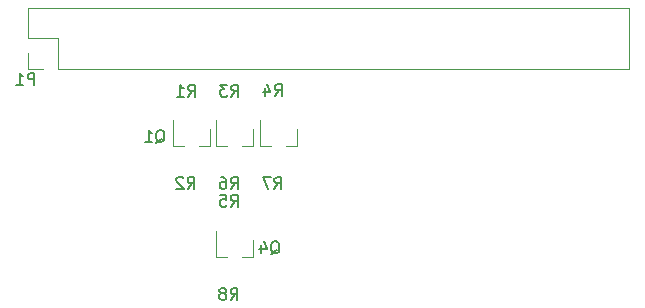
<source format=gbo>
G04 #@! TF.GenerationSoftware,KiCad,Pcbnew,(5.1.0)-1*
G04 #@! TF.CreationDate,2020-07-11T17:50:00+02:00*
G04 #@! TF.ProjectId,Pi1541,50693135-3431-42e6-9b69-6361645f7063,rev?*
G04 #@! TF.SameCoordinates,Original*
G04 #@! TF.FileFunction,Legend,Bot*
G04 #@! TF.FilePolarity,Positive*
%FSLAX46Y46*%
G04 Gerber Fmt 4.6, Leading zero omitted, Abs format (unit mm)*
G04 Created by KiCad (PCBNEW (5.1.0)-1) date 2020-07-11 17:50:00*
%MOMM*%
%LPD*%
G04 APERTURE LIST*
%ADD10C,0.120000*%
%ADD11C,0.150000*%
G04 APERTURE END LIST*
D10*
X222489000Y-106610000D02*
X222489000Y-105150000D01*
X219329000Y-106610000D02*
X219329000Y-104450000D01*
X219329000Y-106610000D02*
X220259000Y-106610000D01*
X222489000Y-106610000D02*
X221559000Y-106610000D01*
X226137000Y-106605000D02*
X225207000Y-106605000D01*
X222977000Y-106605000D02*
X223907000Y-106605000D01*
X222977000Y-106605000D02*
X222977000Y-104445000D01*
X226137000Y-106605000D02*
X226137000Y-105145000D01*
X229835000Y-106600000D02*
X229835000Y-105140000D01*
X226675000Y-106600000D02*
X226675000Y-104440000D01*
X226675000Y-106600000D02*
X227605000Y-106600000D01*
X229835000Y-106600000D02*
X228905000Y-106600000D01*
X226137000Y-115998000D02*
X225207000Y-115998000D01*
X222977000Y-115998000D02*
X223907000Y-115998000D01*
X222977000Y-115998000D02*
X222977000Y-113838000D01*
X226137000Y-115998000D02*
X226137000Y-114538000D01*
X207040000Y-94900000D02*
X207040000Y-97500000D01*
X207040000Y-94900000D02*
X257960000Y-94900000D01*
X257960000Y-94900000D02*
X257960000Y-100100000D01*
X209640000Y-100100000D02*
X257960000Y-100100000D01*
X209640000Y-97500000D02*
X209640000Y-100100000D01*
X207040000Y-97500000D02*
X209640000Y-97500000D01*
X207040000Y-100100000D02*
X208370000Y-100100000D01*
X207040000Y-98770000D02*
X207040000Y-100100000D01*
D11*
X217890198Y-106351899D02*
X217985436Y-106304280D01*
X218080674Y-106209041D01*
X218223531Y-106066184D01*
X218318769Y-106018565D01*
X218414007Y-106018565D01*
X218366388Y-106256660D02*
X218461626Y-106209041D01*
X218556864Y-106113803D01*
X218604483Y-105923327D01*
X218604483Y-105589994D01*
X218556864Y-105399518D01*
X218461626Y-105304280D01*
X218366388Y-105256660D01*
X218175912Y-105256660D01*
X218080674Y-105304280D01*
X217985436Y-105399518D01*
X217937817Y-105589994D01*
X217937817Y-105923327D01*
X217985436Y-106113803D01*
X218080674Y-106209041D01*
X218175912Y-106256660D01*
X218366388Y-106256660D01*
X216985436Y-106256660D02*
X217556864Y-106256660D01*
X217271150Y-106256660D02*
X217271150Y-105256660D01*
X217366388Y-105399518D01*
X217461626Y-105494756D01*
X217556864Y-105542375D01*
X227618958Y-115785619D02*
X227714196Y-115738000D01*
X227809434Y-115642761D01*
X227952291Y-115499904D01*
X228047529Y-115452285D01*
X228142767Y-115452285D01*
X228095148Y-115690380D02*
X228190386Y-115642761D01*
X228285624Y-115547523D01*
X228333243Y-115357047D01*
X228333243Y-115023714D01*
X228285624Y-114833238D01*
X228190386Y-114738000D01*
X228095148Y-114690380D01*
X227904672Y-114690380D01*
X227809434Y-114738000D01*
X227714196Y-114833238D01*
X227666577Y-115023714D01*
X227666577Y-115357047D01*
X227714196Y-115547523D01*
X227809434Y-115642761D01*
X227904672Y-115690380D01*
X228095148Y-115690380D01*
X226809434Y-115023714D02*
X226809434Y-115690380D01*
X227047529Y-114642761D02*
X227285624Y-115357047D01*
X226666577Y-115357047D01*
X224220666Y-119628380D02*
X224554000Y-119152190D01*
X224792095Y-119628380D02*
X224792095Y-118628380D01*
X224411142Y-118628380D01*
X224315904Y-118676000D01*
X224268285Y-118723619D01*
X224220666Y-118818857D01*
X224220666Y-118961714D01*
X224268285Y-119056952D01*
X224315904Y-119104571D01*
X224411142Y-119152190D01*
X224792095Y-119152190D01*
X223649238Y-119056952D02*
X223744476Y-119009333D01*
X223792095Y-118961714D01*
X223839714Y-118866476D01*
X223839714Y-118818857D01*
X223792095Y-118723619D01*
X223744476Y-118676000D01*
X223649238Y-118628380D01*
X223458761Y-118628380D01*
X223363523Y-118676000D01*
X223315904Y-118723619D01*
X223268285Y-118818857D01*
X223268285Y-118866476D01*
X223315904Y-118961714D01*
X223363523Y-119009333D01*
X223458761Y-119056952D01*
X223649238Y-119056952D01*
X223744476Y-119104571D01*
X223792095Y-119152190D01*
X223839714Y-119247428D01*
X223839714Y-119437904D01*
X223792095Y-119533142D01*
X223744476Y-119580761D01*
X223649238Y-119628380D01*
X223458761Y-119628380D01*
X223363523Y-119580761D01*
X223315904Y-119533142D01*
X223268285Y-119437904D01*
X223268285Y-119247428D01*
X223315904Y-119152190D01*
X223363523Y-119104571D01*
X223458761Y-119056952D01*
X227933666Y-110235380D02*
X228267000Y-109759190D01*
X228505095Y-110235380D02*
X228505095Y-109235380D01*
X228124142Y-109235380D01*
X228028904Y-109283000D01*
X227981285Y-109330619D01*
X227933666Y-109425857D01*
X227933666Y-109568714D01*
X227981285Y-109663952D01*
X228028904Y-109711571D01*
X228124142Y-109759190D01*
X228505095Y-109759190D01*
X227600333Y-109235380D02*
X226933666Y-109235380D01*
X227362238Y-110235380D01*
X220618586Y-102420620D02*
X220951920Y-101944430D01*
X221190015Y-102420620D02*
X221190015Y-101420620D01*
X220809062Y-101420620D01*
X220713824Y-101468240D01*
X220666205Y-101515859D01*
X220618586Y-101611097D01*
X220618586Y-101753954D01*
X220666205Y-101849192D01*
X220713824Y-101896811D01*
X220809062Y-101944430D01*
X221190015Y-101944430D01*
X219666205Y-102420620D02*
X220237634Y-102420620D01*
X219951920Y-102420620D02*
X219951920Y-101420620D01*
X220047158Y-101563478D01*
X220142396Y-101658716D01*
X220237634Y-101706335D01*
X220590666Y-110225380D02*
X220924000Y-109749190D01*
X221162095Y-110225380D02*
X221162095Y-109225380D01*
X220781142Y-109225380D01*
X220685904Y-109273000D01*
X220638285Y-109320619D01*
X220590666Y-109415857D01*
X220590666Y-109558714D01*
X220638285Y-109653952D01*
X220685904Y-109701571D01*
X220781142Y-109749190D01*
X221162095Y-109749190D01*
X220209714Y-109320619D02*
X220162095Y-109273000D01*
X220066857Y-109225380D01*
X219828761Y-109225380D01*
X219733523Y-109273000D01*
X219685904Y-109320619D01*
X219638285Y-109415857D01*
X219638285Y-109511095D01*
X219685904Y-109653952D01*
X220257333Y-110225380D01*
X219638285Y-110225380D01*
X224286826Y-102420780D02*
X224620160Y-101944590D01*
X224858255Y-102420780D02*
X224858255Y-101420780D01*
X224477302Y-101420780D01*
X224382064Y-101468400D01*
X224334445Y-101516019D01*
X224286826Y-101611257D01*
X224286826Y-101754114D01*
X224334445Y-101849352D01*
X224382064Y-101896971D01*
X224477302Y-101944590D01*
X224858255Y-101944590D01*
X223953493Y-101420780D02*
X223334445Y-101420780D01*
X223667779Y-101801733D01*
X223524921Y-101801733D01*
X223429683Y-101849352D01*
X223382064Y-101896971D01*
X223334445Y-101992209D01*
X223334445Y-102230304D01*
X223382064Y-102325542D01*
X223429683Y-102373161D01*
X223524921Y-102420780D01*
X223810636Y-102420780D01*
X223905874Y-102373161D01*
X223953493Y-102325542D01*
X227959826Y-102380140D02*
X228293160Y-101903950D01*
X228531255Y-102380140D02*
X228531255Y-101380140D01*
X228150302Y-101380140D01*
X228055064Y-101427760D01*
X228007445Y-101475379D01*
X227959826Y-101570617D01*
X227959826Y-101713474D01*
X228007445Y-101808712D01*
X228055064Y-101856331D01*
X228150302Y-101903950D01*
X228531255Y-101903950D01*
X227102683Y-101713474D02*
X227102683Y-102380140D01*
X227340779Y-101332521D02*
X227578874Y-102046807D01*
X226959826Y-102046807D01*
X224235346Y-111732660D02*
X224568680Y-111256470D01*
X224806775Y-111732660D02*
X224806775Y-110732660D01*
X224425822Y-110732660D01*
X224330584Y-110780280D01*
X224282965Y-110827899D01*
X224235346Y-110923137D01*
X224235346Y-111065994D01*
X224282965Y-111161232D01*
X224330584Y-111208851D01*
X224425822Y-111256470D01*
X224806775Y-111256470D01*
X223330584Y-110732660D02*
X223806775Y-110732660D01*
X223854394Y-111208851D01*
X223806775Y-111161232D01*
X223711537Y-111113613D01*
X223473441Y-111113613D01*
X223378203Y-111161232D01*
X223330584Y-111208851D01*
X223282965Y-111304089D01*
X223282965Y-111542184D01*
X223330584Y-111637422D01*
X223378203Y-111685041D01*
X223473441Y-111732660D01*
X223711537Y-111732660D01*
X223806775Y-111685041D01*
X223854394Y-111637422D01*
X224240666Y-110235380D02*
X224574000Y-109759190D01*
X224812095Y-110235380D02*
X224812095Y-109235380D01*
X224431142Y-109235380D01*
X224335904Y-109283000D01*
X224288285Y-109330619D01*
X224240666Y-109425857D01*
X224240666Y-109568714D01*
X224288285Y-109663952D01*
X224335904Y-109711571D01*
X224431142Y-109759190D01*
X224812095Y-109759190D01*
X223383523Y-109235380D02*
X223574000Y-109235380D01*
X223669238Y-109283000D01*
X223716857Y-109330619D01*
X223812095Y-109473476D01*
X223859714Y-109663952D01*
X223859714Y-110044904D01*
X223812095Y-110140142D01*
X223764476Y-110187761D01*
X223669238Y-110235380D01*
X223478761Y-110235380D01*
X223383523Y-110187761D01*
X223335904Y-110140142D01*
X223288285Y-110044904D01*
X223288285Y-109806809D01*
X223335904Y-109711571D01*
X223383523Y-109663952D01*
X223478761Y-109616333D01*
X223669238Y-109616333D01*
X223764476Y-109663952D01*
X223812095Y-109711571D01*
X223859714Y-109806809D01*
X207596095Y-101430380D02*
X207596095Y-100430380D01*
X207215142Y-100430380D01*
X207119904Y-100478000D01*
X207072285Y-100525619D01*
X207024666Y-100620857D01*
X207024666Y-100763714D01*
X207072285Y-100858952D01*
X207119904Y-100906571D01*
X207215142Y-100954190D01*
X207596095Y-100954190D01*
X206072285Y-101430380D02*
X206643714Y-101430380D01*
X206358000Y-101430380D02*
X206358000Y-100430380D01*
X206453238Y-100573238D01*
X206548476Y-100668476D01*
X206643714Y-100716095D01*
M02*

</source>
